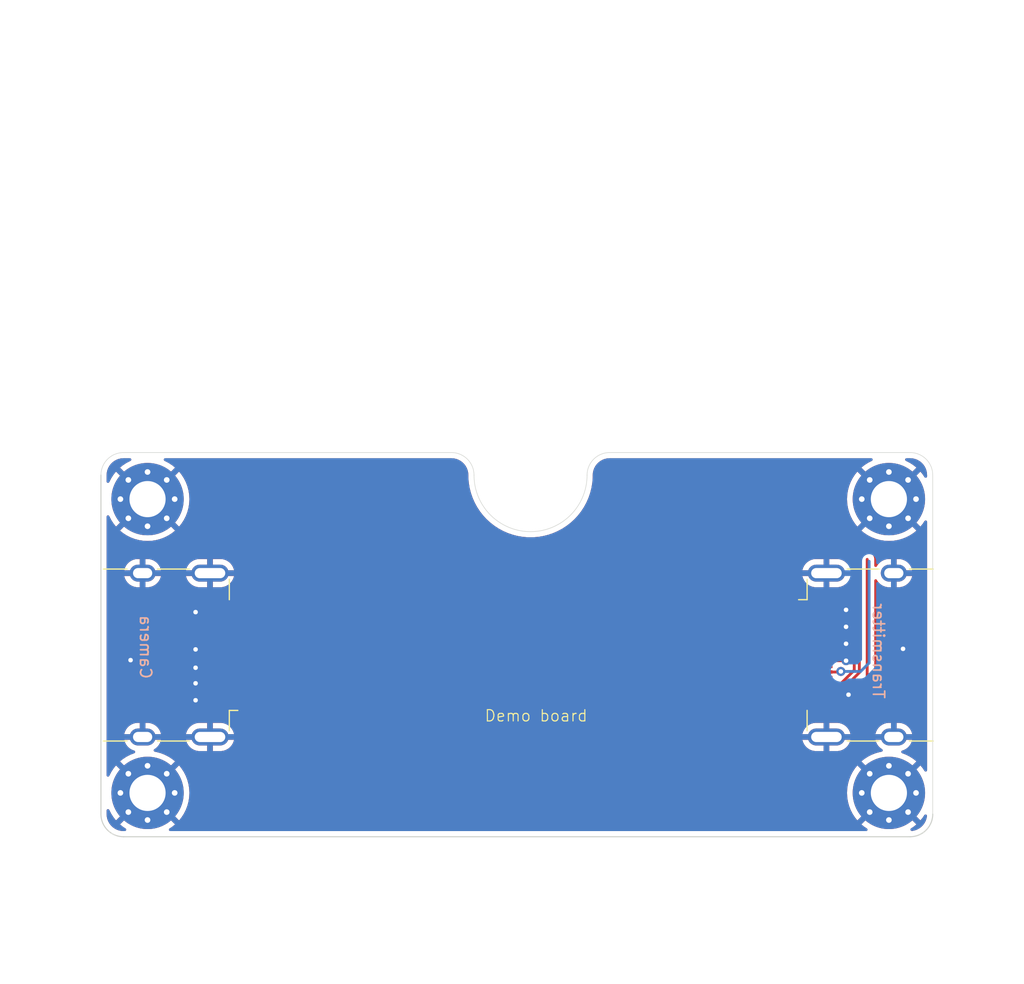
<source format=kicad_pcb>
(kicad_pcb (version 20240108) (generator "pcbnew") (generator_version "8.0")
  (layers (0 "F.Cu" signal) (1 "In1.Cu" signal) (2 "In2.Cu" signal) (31 "B.Cu" signal) (34 "B.Paste" user) (35 "F.Paste" user) (36 "B.SilkS" user "B.Silkscreen") (37 "F.SilkS" user "F.Silkscreen") (38 "B.Mask" user) (39 "F.Mask" user) (44 "Edge.Cuts" user))
  (net 0 "")
  (net 1 "GND")
  (net 2 "/OUT_CEC")
  (net 3 "Net-(J1-UTILITY)")
  (net 4 "/OUT_SCL")
  (net 5 "/OUT_SDA")
  (net 7 "/OUT_HPD")
  (net 8 "/CAM_CEC")
  (net 9 "/CAM_SCL")
  (net 10 "/CAM_SDA")
  (net 12 "/CAM_HPD")
  (net 13 "/D2+")
  (net 14 "/D2-")
  (net 15 "/D1+")
  (net 16 "/D1-")
  (net 17 "/D0+")
  (net 18 "/D0-")
  (net 19 "/CK+")
  (net 20 "/CK-")
  (footprint "TurboCase:KeyHole_M3" (layer "F.Cu") (at 67.12132 59.92132 180)
    (property "Reference" "" (at 0 0 180) (layer "F.SilkS") (effects (font (size 1.27 1.27))))
    (property "Value" "")
  )
  (footprint "TurboCase:CaseCorner_M3" (layer "F.Cu") (at 116.12132 82.12132 135)
    (property "Reference" "" (at 0 0 135) (layer "F.SilkS") (effects (font (size 1.27 1.27))))
    (property "Value" "")
  )
  (footprint "Connector_HDMI:HDMI_A_Molex_208658-1001_Horizontal" (layer "F.Cu") (at 52.24264 61.04264 180)
    (property "Reference" "J2" (hide yes))
    (property "Value" "Camera")
    (fp_line (start 4.815 7.61) (end 6.915 7.61) (stroke (width 0.12)) (layer "F.SilkS"))
    (fp_line (start 4.815 -7.61) (end 6.915 -7.61) (stroke (width 0.12)) (layer "F.SilkS"))
    (fp_line (start -0.685 7.61) (end 2.115 7.61) (stroke (width 0.12)) (layer "F.SilkS"))
    (fp_line (start -0.685 -7.61) (end 2.115 -7.61) (stroke (width 0.12)) (layer "F.SilkS"))
    (fp_line (start -4.235 6.7) (end -4.235 4.9) (stroke (width 0.12)) (layer "F.SilkS"))
    (fp_line (start -4.235 -4.9) (end -4.235 -6.7) (stroke (width 0.12)) (layer "F.SilkS"))
    (fp_line (start -4.985 -4.9) (end -4.235 -4.9) (stroke (width 0.12)) (layer "F.SilkS"))
    (pad "1" smd rect (at -3.285 -4.5 180) (size 2.6 0.3) (layers "F.Cu" "F.Paste" "F.Mask") (net 13 "/D2+"))
    (pad "2" smd rect (at -3.285 -4 180) (size 2.6 0.3) (layers "F.Cu" "F.Paste" "F.Mask") (net 1 "GND"))
    (pad "3" smd rect (at -3.285 -3.5 180) (size 2.6 0.3) (layers "F.Cu" "F.Paste" "F.Mask") (net 14 "/D2-"))
    (pad "4" smd rect (at -3.285 -3 180) (size 2.6 0.3) (layers "F.Cu" "F.Paste" "F.Mask") (net 15 "/D1+"))
    (pad "5" smd rect (at -3.285 -2.5 180) (size 2.6 0.3) (layers "F.Cu" "F.Paste" "F.Mask") (net 1 "GND"))
    (pad "6" smd rect (at -3.285 -2 180) (size 2.6 0.3) (layers "F.Cu" "F.Paste" "F.Mask") (net 16 "/D1-"))
    (pad "7" smd rect (at -3.285 -1.5 180) (size 2.6 0.3) (layers "F.Cu" "F.Paste" "F.Mask") (net 17 "/D0+"))
    (pad "8" smd rect (at -3.285 -1 180) (size 2.6 0.3) (layers "F.Cu" "F.Paste" "F.Mask") (net 1 "GND"))
    (pad "9" smd rect (at -3.285 -0.5 180) (size 2.6 0.3) (layers "F.Cu" "F.Paste" "F.Mask") (net 18 "/D0-"))
    (pad "10" smd rect (at -3.285 0 180) (size 2.6 0.3) (layers "F.Cu" "F.Paste" "F.Mask") (net 19 "/CK+"))
    (pad "11" smd rect (at -3.285 0.5 180) (size 2.6 0.3) (layers "F.Cu" "F.Paste" "F.Mask") (net 1 "GND"))
    (pad "12" smd rect (at -3.285 1 180) (size 2.6 0.3) (layers "F.Cu" "F.Paste" "F.Mask") (net 20 "/CK-"))
    (pad "13" smd rect (at -3.285 1.5 180) (size 2.6 0.3) (layers "F.Cu" "F.Paste" "F.Mask") (net 8 "/CAM_CEC"))
    (pad "14" smd rect (at -3.285 2 180) (size 2.6 0.3) (layers "F.Cu" "F.Paste" "F.Mask") (net 3 "Net-(J1-UTILITY)"))
    (pad "15" smd rect (at -3.285 2.5 180) (size 2.6 0.3) (layers "F.Cu" "F.Paste" "F.Mask") (net 9 "/CAM_SCL"))
    (pad "16" smd rect (at -3.285 3 180) (size 2.6 0.3) (layers "F.Cu" "F.Paste" "F.Mask") (net 10 "/CAM_SDA"))
    (pad "17" smd rect (at -3.285 3.5 180) (size 2.6 0.3) (layers "F.Cu" "F.Paste" "F.Mask") (net 1 "GND"))
    (pad "18" smd rect (at -3.285 4 180) (size 2.6 0.3) (layers "F.Cu" "F.Paste" "F.Mask"))
    (pad "19" smd rect (at -3.285 4.5 180) (size 2.6 0.3) (layers "F.Cu" "F.Paste" "F.Mask") (net 12 "/CAM_HPD"))
    (pad "SH" thru_hole oval (at -2.525 -7.25 180) (size 3.3 1.5) (drill oval 2.7 0.9) (layers "*.Cu" "*.Mask") (net 1 "GND"))
    (pad "SH" thru_hole oval (at -2.525 7.25 180) (size 3.3 1.5) (drill oval 2.7 0.9) (layers "*.Cu" "*.Mask") (net 1 "GND"))
    (pad "SH" thru_hole oval (at 3.435 -7.25 180) (size 2.3 1.5) (drill oval 1.7 0.9) (layers "*.Cu" "*.Mask") (net 1 "GND"))
    (pad "SH" thru_hole oval (at 3.435 7.25 180) (size 2.3 1.5) (drill oval 1.7 0.9) (layers "*.Cu" "*.Mask") (net 1 "GND"))
  )
  (footprint "MountingHole:MountingHole_3.2mm_M3_Pad_Via" (layer "F.Cu") (at 114.818376 47.24264)
    (property "Reference" "H4" (hide yes))
    (property "Value" "~")
    (pad "1" thru_hole circle (at -2.4 0) (size 0.8 0.8) (drill 0.5) (layers "*.Cu" "*.Mask") (net 1 "GND"))
    (pad "1" thru_hole circle (at -1.697056 -1.697056) (size 0.8 0.8) (drill 0.5) (layers "*.Cu" "*.Mask") (net 1 "GND"))
    (pad "1" thru_hole circle (at -1.697056 1.697056) (size 0.8 0.8) (drill 0.5) (layers "*.Cu" "*.Mask") (net 1 "GND"))
    (pad "1" thru_hole circle (at 0 -2.4) (size 0.8 0.8) (drill 0.5) (layers "*.Cu" "*.Mask") (net 1 "GND"))
    (pad "1" thru_hole circle (at 0 0) (size 6.4 6.4) (drill 3.2) (layers "*.Cu" "*.Mask") (net 1 "GND"))
    (pad "1" thru_hole circle (at 0 2.4) (size 0.8 0.8) (drill 0.5) (layers "*.Cu" "*.Mask") (net 1 "GND"))
    (pad "1" thru_hole circle (at 1.697056 -1.697056) (size 0.8 0.8) (drill 0.5) (layers "*.Cu" "*.Mask") (net 1 "GND"))
    (pad "1" thru_hole circle (at 1.697056 1.697056) (size 0.8 0.8) (drill 0.5) (layers "*.Cu" "*.Mask") (net 1 "GND"))
    (pad "1" thru_hole circle (at 2.4 0) (size 0.8 0.8) (drill 0.5) (layers "*.Cu" "*.Mask") (net 1 "GND"))
  )
  (footprint "MountingHole:MountingHole_3.2mm_M3_Pad_Via" (layer "F.Cu") (at 49.24264 47.24264)
    (property "Reference" "H3" (hide yes))
    (property "Value" "~")
    (pad "1" thru_hole circle (at -2.4 0) (size 0.8 0.8) (drill 0.5) (layers "*.Cu" "*.Mask") (net 1 "GND"))
    (pad "1" thru_hole circle (at -1.697056 -1.697056) (size 0.8 0.8) (drill 0.5) (layers "*.Cu" "*.Mask") (net 1 "GND"))
    (pad "1" thru_hole circle (at -1.697056 1.697056) (size 0.8 0.8) (drill 0.5) (layers "*.Cu" "*.Mask") (net 1 "GND"))
    (pad "1" thru_hole circle (at 0 -2.4) (size 0.8 0.8) (drill 0.5) (layers "*.Cu" "*.Mask") (net 1 "GND"))
    (pad "1" thru_hole circle (at 0 0) (size 6.4 6.4) (drill 3.2) (layers "*.Cu" "*.Mask") (net 1 "GND"))
    (pad "1" thru_hole circle (at 0 2.4) (size 0.8 0.8) (drill 0.5) (layers "*.Cu" "*.Mask") (net 1 "GND"))
    (pad "1" thru_hole circle (at 1.697056 -1.697056) (size 0.8 0.8) (drill 0.5) (layers "*.Cu" "*.Mask") (net 1 "GND"))
    (pad "1" thru_hole circle (at 1.697056 1.697056) (size 0.8 0.8) (drill 0.5) (layers "*.Cu" "*.Mask") (net 1 "GND"))
    (pad "1" thru_hole circle (at 2.4 0) (size 0.8 0.8) (drill 0.5) (layers "*.Cu" "*.Mask") (net 1 "GND"))
  )
  (footprint "TurboCase:Cutout_HDMI_A" (layer "F.Cu") (at 46.29264 61.04264)
    (property "Reference" "" (at 0 0 0) (layer "F.SilkS") (effects (font (size 1.27 1.27))))
    (property "Value" "")
  )
  (footprint "TurboCase:Cutout_HDMI_A" (layer "F.Cu") (at 116.693376 61.09264)
    (property "Reference" "" (at 0 0 0) (layer "F.SilkS") (effects (font (size 1.27 1.27))))
    (property "Value" "")
  )
  (footprint "TurboCase:CaseCorner_M3" (layer "F.Cu") (at 83.12132 82.12132 90)
    (property "Reference" "" (at 0 0 90) (layer "F.SilkS") (effects (font (size 1.27 1.27))))
    (property "Value" "")
  )
  (footprint "MountingHole:MountingHole_3.2mm_M3_Pad_Via" (layer "F.Cu") (at 114.818376 73.24264)
    (property "Reference" "H6" (hide yes))
    (property "Value" "~")
    (pad "1" thru_hole circle (at -2.4 0) (size 0.8 0.8) (drill 0.5) (layers "*.Cu" "*.Mask") (net 1 "GND"))
    (pad "1" thru_hole circle (at -1.697056 -1.697056) (size 0.8 0.8) (drill 0.5) (layers "*.Cu" "*.Mask") (net 1 "GND"))
    (pad "1" thru_hole circle (at -1.697056 1.697056) (size 0.8 0.8) (drill 0.5) (layers "*.Cu" "*.Mask") (net 1 "GND"))
    (pad "1" thru_hole circle (at 0 -2.4) (size 0.8 0.8) (drill 0.5) (layers "*.Cu" "*.Mask") (net 1 "GND"))
    (pad "1" thru_hole circle (at 0 0) (size 6.4 6.4) (drill 3.2) (layers "*.Cu" "*.Mask") (net 1 "GND"))
    (pad "1" thru_hole circle (at 0 2.4) (size 0.8 0.8) (drill 0.5) (layers "*.Cu" "*.Mask") (net 1 "GND"))
    (pad "1" thru_hole circle (at 1.697056 -1.697056) (size 0.8 0.8) (drill 0.5) (layers "*.Cu" "*.Mask") (net 1 "GND"))
    (pad "1" thru_hole circle (at 1.697056 1.697056) (size 0.8 0.8) (drill 0.5) (layers "*.Cu" "*.Mask") (net 1 "GND"))
    (pad "1" thru_hole circle (at 2.4 0) (size 0.8 0.8) (drill 0.5) (layers "*.Cu" "*.Mask") (net 1 "GND"))
  )
  (footprint "TurboCase:CaseCorner_M3" (layer "F.Cu") (at 83.12132 17.12132 -90)
    (property "Reference" "" (at 0 0 -90) (layer "F.SilkS") (effects (font (size 1.27 1.27))))
    (property "Value" "")
  )
  (footprint "TurboCase:CaseCorner_M3" (layer "F.Cu") (at 116.12132 17.12132 -135)
    (property "Reference" "" (at 0 0 -135) (layer "F.SilkS") (effects (font (size 1.27 1.27))))
    (property "Value" "")
  )
  (footprint "TurboCase:CaseCorner_M3" (layer "F.Cu") (at 48.12132 82.12132 45)
    (property "Reference" "" (at 0 0 45) (layer "F.SilkS") (effects (font (size 1.27 1.27))))
    (property "Value" "")
  )
  (footprint "TurboCase:KeyHole_M3" (layer "F.Cu") (at 100.12132 59.92132 180)
    (property "Reference" "" (at 0 0 180) (layer "F.SilkS") (effects (font (size 1.27 1.27))))
    (property "Value" "")
  )
  (footprint "MountingHole:MountingHole_3.2mm_M3_Pad_Via" (layer "F.Cu") (at 49.24264 73.24264)
    (property "Reference" "H5" (hide yes))
    (property "Value" "~")
    (pad "1" thru_hole circle (at -2.4 0) (size 0.8 0.8) (drill 0.5) (layers "*.Cu" "*.Mask") (net 1 "GND"))
    (pad "1" thru_hole circle (at -1.697056 -1.697056) (size 0.8 0.8) (drill 0.5) (layers "*.Cu" "*.Mask") (net 1 "GND"))
    (pad "1" thru_hole circle (at -1.697056 1.697056) (size 0.8 0.8) (drill 0.5) (layers "*.Cu" "*.Mask") (net 1 "GND"))
    (pad "1" thru_hole circle (at 0 -2.4) (size 0.8 0.8) (drill 0.5) (layers "*.Cu" "*.Mask") (net 1 "GND"))
    (pad "1" thru_hole circle (at 0 0) (size 6.4 6.4) (drill 3.2) (layers "*.Cu" "*.Mask") (net 1 "GND"))
    (pad "1" thru_hole circle (at 0 2.4) (size 0.8 0.8) (drill 0.5) (layers "*.Cu" "*.Mask") (net 1 "GND"))
    (pad "1" thru_hole circle (at 1.697056 -1.697056) (size 0.8 0.8) (drill 0.5) (layers "*.Cu" "*.Mask") (net 1 "GND"))
    (pad "1" thru_hole circle (at 1.697056 1.697056) (size 0.8 0.8) (drill 0.5) (layers "*.Cu" "*.Mask") (net 1 "GND"))
    (pad "1" thru_hole circle (at 2.4 0) (size 0.8 0.8) (drill 0.5) (layers "*.Cu" "*.Mask") (net 1 "GND"))
  )
  (footprint "TurboCase:CaseCorner_M3" (layer "F.Cu") (at 48.12132 17.12132 -45)
    (property "Reference" "" (at 0 0 -45) (layer "F.SilkS") (effects (font (size 1.27 1.27))))
    (property "Value" "")
  )
  (footprint "TurboCase:CasePost_M3" (layer "F.Cu") (at 83.12132 45.12132)
    (property "Reference" "" (at 0 0 0) (layer "F.SilkS") (effects (font (size 1.27 1.27))))
    (property "Value" "")
  )
  (footprint "TurboCase:BatteryHolder_18650" (layer "F.Cu") (at 45.12132 41.04632 90)
    (property "Reference" "" (at 0 0 90) (layer "F.SilkS") (effects (font (size 1.27 1.27))))
    (property "Value" "")
  )
  (footprint "Connector_HDMI:HDMI_A_Molex_208658-1001_Horizontal" (layer "F.Cu") (at 111.818376 61.04264)
    (property "Reference" "J1" (hide yes))
    (property "Value" "Transmitter")
    (fp_line (start -4.985 -4.9) (end -4.235 -4.9) (stroke (width 0.12)) (layer "F.SilkS"))
    (fp_line (start -4.235 -4.9) (end -4.235 -6.7) (stroke (width 0.12)) (layer "F.SilkS"))
    (fp_line (start -4.235 6.7) (end -4.235 4.9) (stroke (width 0.12)) (layer "F.SilkS"))
    (fp_line (start -0.685 -7.61) (end 2.115 -7.61) (stroke (width 0.12)) (layer "F.SilkS"))
    (fp_line (start -0.685 7.61) (end 2.115 7.61) (stroke (width 0.12)) (layer "F.SilkS"))
    (fp_line (start 4.815 -7.61) (end 6.915 -7.61) (stroke (width 0.12)) (layer "F.SilkS"))
    (fp_line (start 4.815 7.61) (end 6.915 7.61) (stroke (width 0.12)) (layer "F.SilkS"))
    (pad "1" smd rect (at -3.285 -4.5) (size 2.6 0.3) (layers "F.Cu" "F.Paste" "F.Mask") (net 13 "/D2+"))
    (pad "2" smd rect (at -3.285 -4) (size 2.6 0.3) (layers "F.Cu" "F.Paste" "F.Mask") (net 1 "GND"))
    (pad "3" smd rect (at -3.285 -3.5) (size 2.6 0.3) (layers "F.Cu" "F.Paste" "F.Mask") (net 14 "/D2-"))
    (pad "4" smd rect (at -3.285 -3) (size 2.6 0.3) (layers "F.Cu" "F.Paste" "F.Mask") (net 15 "/D1+"))
    (pad "5" smd rect (at -3.285 -2.5) (size 2.6 0.3) (layers "F.Cu" "F.Paste" "F.Mask") (net 1 "GND"))
    (pad "6" smd rect (at -3.285 -2) (size 2.6 0.3) (layers "F.Cu" "F.Paste" "F.Mask") (net 16 "/D1-"))
    (pad "7" smd rect (at -3.285 -1.5) (size 2.6 0.3) (layers "F.Cu" "F.Paste" "F.Mask") (net 17 "/D0+"))
    (pad "8" smd rect (at -3.285 -1) (size 2.6 0.3) (layers "F.Cu" "F.Paste" "F.Mask") (net 1 "GND"))
    (pad "9" smd rect (at -3.285 -0.5) (size 2.6 0.3) (layers "F.Cu" "F.Paste" "F.Mask") (net 18 "/D0-"))
    (pad "10" smd rect (at -3.285 0) (size 2.6 0.3) (layers "F.Cu" "F.Paste" "F.Mask") (net 19 "/CK+"))
    (pad "11" smd rect (at -3.285 0.5) (size 2.6 0.3) (layers "F.Cu" "F.Paste" "F.Mask") (net 1 "GND"))
    (pad "12" smd rect (at -3.285 1) (size 2.6 0.3) (layers "F.Cu" "F.Paste" "F.Mask") (net 20 "/CK-"))
    (pad "13" smd rect (at -3.285 1.5) (size 2.6 0.3) (layers "F.Cu" "F.Paste" "F.Mask") (net 2 "/OUT_CEC"))
    (pad "14" smd rect (at -3.285 2) (size 2.6 0.3) (layers "F.Cu" "F.Paste" "F.Mask") (net 3 "Net-(J1-UTILITY)"))
    (pad "15" smd rect (at -3.285 2.5) (size 2.6 0.3) (layers "F.Cu" "F.Paste" "F.Mask") (net 4 "/OUT_SCL"))
    (pad "16" smd rect (at -3.285 3) (size 2.6 0.3) (layers "F.Cu" "F.Paste" "F.Mask") (net 5 "/OUT_SDA"))
    (pad "17" smd rect (at -3.285 3.5) (size 2.6 0.3) (layers "F.Cu" "F.Paste" "F.Mask") (net 1 "GND"))
    (pad "18" smd rect (at -3.285 4) (size 2.6 0.3) (layers "F.Cu" "F.Paste" "F.Mask"))
    (pad "19" smd rect (at -3.285 4.5) (size 2.6 0.3) (layers "F.Cu" "F.Paste" "F.Mask") (net 7 "/OUT_HPD"))
    (pad "SH" thru_hole oval (at -2.525 -7.25) (size 3.3 1.5) (drill oval 2.7 0.9) (layers "*.Cu" "*.Mask") (net 1 "GND"))
    (pad "SH" thru_hole oval (at -2.525 7.25) (size 3.3 1.5) (drill oval 2.7 0.9) (layers "*.Cu" "*.Mask") (net 1 "GND"))
    (pad "SH" thru_hole oval (at 3.435 -7.25) (size 2.3 1.5) (drill oval 1.7 0.9) (layers "*.Cu" "*.Mask") (net 1 "GND"))
    (pad "SH" thru_hole oval (at 3.435 7.25) (size 2.3 1.5) (drill oval 1.7 0.9) (layers "*.Cu" "*.Mask") (net 1 "GND"))
  )
  (gr_arc (start 116.697056 43.12132) (mid 118.11127 43.707106) (end 118.697056 45.12132) (stroke (width 0.05)) (layer "Edge.Cuts"))
  (gr_arc (start 88.12132 45.12132) (mid 88.707106 43.707106) (end 90.12132 43.12132) (stroke (width 0.05)) (layer "Edge.Cuts"))
  (gr_arc (start 76.12132 43.12132) (mid 77.535534 43.707106) (end 78.12132 45.12132) (stroke (width 0.05)) (layer "Edge.Cuts"))
  (gr_line (start 45.12132 45.12132) (end 45.12132 75.12132) (stroke (width 0.1)) (layer "Edge.Cuts"))
  (gr_arc (start 47.12132 77.12132) (mid 45.707106 76.535534) (end 45.12132 75.12132) (stroke (width 0.1)) (layer "Edge.Cuts"))
  (gr_arc (start 118.697056 75.12132) (mid 118.11127 76.535534) (end 116.697056 77.12132) (stroke (width 0.1)) (layer "Edge.Cuts"))
  (gr_line (start 116.697056 77.12132) (end 47.12132 77.12132) (stroke (width 0.1)) (layer "Edge.Cuts"))
  (gr_line (start 118.697056 75.12132) (end 118.697056 45.12132) (stroke (width 0.05)) (layer "Edge.Cuts"))
  (gr_line (start 116.697056 43.12132) (end 90.12132 43.12132) (stroke (width 0.05)) (layer "Edge.Cuts"))
  (gr_line (start 76.12132 43.12132) (end 47.12132 43.12132) (stroke (width 0.05)) (layer "Edge.Cuts"))
  (gr_arc (start 88.12132 45.12132) (mid 83.12132 50.12132) (end 78.12132 45.12132) (stroke (width 0.05)) (layer "Edge.Cuts"))
  (gr_arc (start 45.12132 45.12132) (mid 45.707106 43.707106) (end 47.12132 43.12132) (stroke (width 0.05)) (layer "Edge.Cuts"))
  (gr_text "Transmitter" (at 113.318376 64.99264 -90) (layer "B.SilkS") (effects (font (size 1 1)) (justify left bottom mirror)))
  (gr_text "Camera" (at 48.49264 63.24264 -90) (layer "B.SilkS") (effects (font (size 1 1)) (justify left bottom mirror)))
  (gr_text "Demo board" (at 79 67 0) (layer "F.SilkS") (effects (font (size 1 1) (thickness 0.1)) (justify left bottom)))
  (segment (start 108.533376 58.54264) (end 111.028876 58.54264) (width 0.25) (layer "F.Cu") (net 1))
  (segment (start 108.533376 64.54264) (end 111.238134 64.54264) (width 0.25) (layer "F.Cu") (net 1))
  (segment (start 55.52764 62.04264) (end 53.614939 62.04264) (width 0.25) (layer "F.Cu") (net 1))
  (segment (start 108.533376 57.04264) (end 111.028876 57.04264) (width 0.25) (layer "F.Cu") (net 1))
  (segment (start 53.614939 62.04264) (end 53.49264 62.164939) (width 0.25) (layer "F.Cu") (net 1))
  (segment (start 55.52764 57.54264) (end 53.79264 57.54264) (width 0.25) (layer "F.Cu") (net 1))
  (segment (start 55.52764 65.04264) (end 53.49264 65.04264) (width 0.25) (layer "F.Cu") (net 1))
  (segment (start 55.52764 63.54264) (end 53.49264 63.54264) (width 0.25) (layer "F.Cu") (net 1))
  (segment (start 53.79264 57.54264) (end 53.49264 57.24264) (width 0.25) (layer "F.Cu") (net 1))
  (segment (start 111.238134 64.54264) (end 111.246506 64.551012) (width 0.25) (layer "F.Cu") (net 1))
  (segment (start 55.52764 60.54264) (end 53.49264 60.54264) (width 0.25) (layer "F.Cu") (net 1))
  (segment (start 108.533376 60.04264) (end 111.028876 60.04264) (width 0.25) (layer "F.Cu") (net 1))
  (segment (start 108.533376 61.54264) (end 111.028876 61.54264) (width 0.25) (layer "F.Cu") (net 1))
  (via (at 53.49264 57.24264) (size 0.8) (drill 0.4) (layers "F.Cu" "B.Cu") (net 1))
  (via (at 47.74264 61.49264) (size 0.8) (drill 0.4) (layers "F.Cu" "B.Cu") (net 1))
  (via (at 53.49264 60.54264) (size 0.8) (drill 0.4) (layers "F.Cu" "B.Cu") (net 1))
  (via (at 111.028876 60.04264) (size 0.8) (drill 0.4) (layers "F.Cu" "B.Cu") (net 1))
  (via (at 111.028876 61.54264) (size 0.8) (drill 0.4) (layers "F.Cu" "B.Cu") (net 1))
  (via (at 53.49264 65.04264) (size 0.8) (drill 0.4) (layers "F.Cu" "B.Cu") (net 1))
  (via (at 111.028876 57.04264) (size 0.8) (drill 0.4) (layers "F.Cu" "B.Cu") (net 1))
  (via (at 53.49264 62.164939) (size 0.8) (drill 0.4) (layers "F.Cu" "B.Cu") (net 1))
  (via (at 111.028876 58.54264) (size 0.8) (drill 0.4) (layers "F.Cu" "B.Cu") (net 1))
  (via (at 53.49264 63.54264) (size 0.8) (drill 0.4) (layers "F.Cu" "B.Cu") (net 1))
  (via (at 111.246506 64.551012) (size 0.8) (drill 0.4) (layers "F.Cu" "B.Cu") (net 1))
  (via (at 116.068376 60.49264) (size 0.8) (drill 0.4) (layers "F.Cu" "B.Cu") (net 1))
  (segment (start 108.533376 62.54264) (end 110.518376 62.54264) (width 0.25) (layer "F.Cu") (net 2))
  (segment (start 110.518376 62.54264) (end 110.568376 62.49264) (width 0.25) (layer "F.Cu") (net 2))
  (via (at 110.568376 62.49264) (size 0.8) (drill 0.4) (layers "F.Cu" "B.Cu") (net 2))
  (segment (start 112.318376 62.49264) (end 113.068376 61.74264) (width 0.25) (layer "B.Cu") (net 2))
  (segment (start 110.568376 62.49264) (end 112.318376 62.49264) (width 0.25) (layer "B.Cu") (net 2))
  (segment (start 113.068376 61.74264) (end 113.068376 52.74264) (width 0.25) (layer "B.Cu") (net 2))
  (segment (start 110.59459 63.54264) (end 111.753376 62.383854) (width 0.25) (layer "F.Cu") (net 4))
  (segment (start 111.753376 62.383854) (end 111.753376 53.34736) (width 0.25) (layer "F.Cu") (net 4))
  (segment (start 108.533376 63.54264) (end 110.59459 63.54264) (width 0.25) (layer "F.Cu") (net 4))
  (segment (start 112.202877 62.593829) (end 112.202877 53.007141) (width 0.25) (layer "F.Cu") (net 5))
  (segment (start 110.73028 64.04264) (end 110.946408 63.826512) (width 0.25) (layer "F.Cu") (net 5))
  (segment (start 108.533376 64.04264) (end 110.73028 64.04264) (width 0.25) (layer "F.Cu") (net 5))
  (segment (start 110.946408 63.826512) (end 110.970194 63.826512) (width 0.25) (layer "F.Cu") (net 5))
  (segment (start 110.970194 63.826512) (end 112.202877 62.593829) (width 0.25) (layer "F.Cu") (net 5))
  (segment (start 108.533376 65.54264) (end 111.279477 65.54264) (width 0.25) (layer "F.Cu") (net 7))
  (segment (start 111.279477 65.54264) (end 112.898376 63.923741) (width 0.25) (layer "F.Cu") (net 7))
  (segment (start 112.898376 63.923741) (end 112.898376 52.57264) (width 0.25) (layer "F.Cu") (net 7))
  (segment (start 55.52764 58.54264) (end 55.55264 58.51764) (width 0.25) (layer "F.Cu") (net 9))
  (segment (start 55.55264 58.51764) (end 57.15264 58.51764) (width 0.25) (layer "F.Cu") (net 9))
  (segment (start 51.74264 56.99264) (end 51.74264 51.99264) (width 0.25) (layer "F.Cu") (net 10))
  (segment (start 52.79264 58.04264) (end 51.74264 56.99264) (width 0.25) (layer "F.Cu") (net 10))
  (segment (start 55.52764 58.04264) (end 52.79264 58.04264) (width 0.25) (layer "F.Cu") (net 10))
  (segment (start 59.44264 56.54264) (end 55.52764 56.54264) (width 0.25) (layer "F.Cu") (net 12))
  (segment (start 106.733475 56.87754) (end 107.068375 56.54264) (width 0.127) (layer "F.Cu") (net 13))
  (segment (start 107.068375 56.54264) (end 108.533376 56.54264) (width 0.127) (layer "F.Cu") (net 13))
  (segment (start 107.068375 57.54264) (end 108.533376 57.54264) (width 0.127) (layer "F.Cu") (net 14))
  (segment (start 106.733475 57.20774) (end 107.068375 57.54264) (width 0.127) (layer "F.Cu") (net 14))
  (segment (start 106.733475 58.37754) (end 107.068375 58.04264) (width 0.127) (layer "F.Cu") (net 15))
  (segment (start 107.068375 58.04264) (end 108.533376 58.04264) (width 0.127) (layer "F.Cu") (net 15))
  (segment (start 107.068375 59.04264) (end 108.533376 59.04264) (width 0.127) (layer "F.Cu") (net 16))
  (segment (start 106.733475 58.70774) (end 107.068375 59.04264) (width 0.127) (layer "F.Cu") (net 16))
  (segment (start 106.733475 59.87754) (end 107.068375 59.54264) (width 0.127) (layer "F.Cu") (net 17))
  (segment (start 107.068375 59.54264) (end 108.533376 59.54264) (width 0.127) (layer "F.Cu") (net 17))
  (segment (start 106.733475 60.20774) (end 107.068375 60.54264) (width 0.127) (layer "F.Cu") (net 18))
  (segment (start 107.068375 60.54264) (end 108.533376 60.54264) (width 0.127) (layer "F.Cu") (net 18))
  (segment (start 107.068375 61.04264) (end 108.533376 61.04264) (width 0.127) (layer "F.Cu") (net 19))
  (segment (start 106.733475 61.37754) (end 107.068375 61.04264) (width 0.127) (layer "F.Cu") (net 19))
  (segment (start 107.068375 62.04264) (end 108.533376 62.04264) (width 0.127) (layer "F.Cu") (net 20))
  (segment (start 106.733475 61.70774) (end 107.068375 62.04264) (width 0.127) (layer "F.Cu") (net 20))
  (zone (net 1) (net_name "GND") (layers "F.Cu" "In1.Cu" "In2.Cu" "B.Cu") (connect_pads (clearance 0.5)) (min_thickness 0.25) (fill yes (thermal_gap 0.5) (thermal_bridge_width 0.5))
    (polygon (pts (xy 45.12132 43.12132) (xy 119.12132 43.12132) (xy 119.12132 77.12132) (xy 45.12132 77.12132)))
  )
)
</source>
